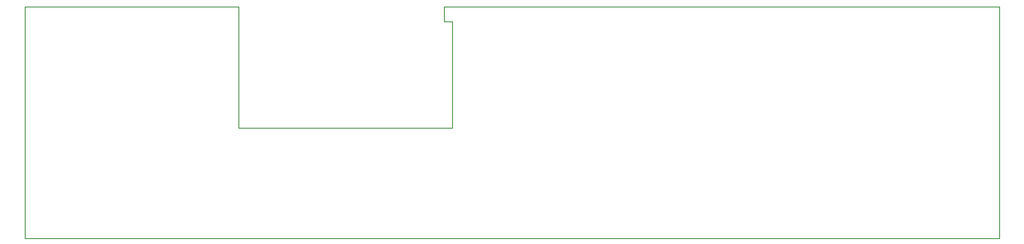
<source format=gbr>
%TF.GenerationSoftware,KiCad,Pcbnew,8.0.6*%
%TF.CreationDate,2025-01-17T17:54:05+00:00*%
%TF.ProjectId,left,6c656674-2e6b-4696-9361-645f70636258,rev?*%
%TF.SameCoordinates,Original*%
%TF.FileFunction,Profile,NP*%
%FSLAX46Y46*%
G04 Gerber Fmt 4.6, Leading zero omitted, Abs format (unit mm)*
G04 Created by KiCad (PCBNEW 8.0.6) date 2025-01-17 17:54:05*
%MOMM*%
%LPD*%
G01*
G04 APERTURE LIST*
%TA.AperFunction,Profile*%
%ADD10C,0.050000*%
%TD*%
G04 APERTURE END LIST*
D10*
X83900000Y-58200000D02*
X105800000Y-58200000D01*
X127800000Y-70700000D02*
X127800000Y-59800000D01*
X127800000Y-58200000D02*
X126900000Y-58200000D01*
X183900000Y-58200000D02*
X183900000Y-82000000D01*
X105800000Y-58200000D02*
X105800000Y-70700000D01*
X127800000Y-58200000D02*
X183900000Y-58200000D01*
X183900000Y-82000000D02*
X83900000Y-82000000D01*
X126900000Y-58200000D02*
X126900000Y-59800000D01*
X126900000Y-59800000D02*
X127800000Y-59800000D01*
X105800000Y-70700000D02*
X127800000Y-70700000D01*
X83900000Y-82000000D02*
X83900000Y-58200000D01*
M02*

</source>
